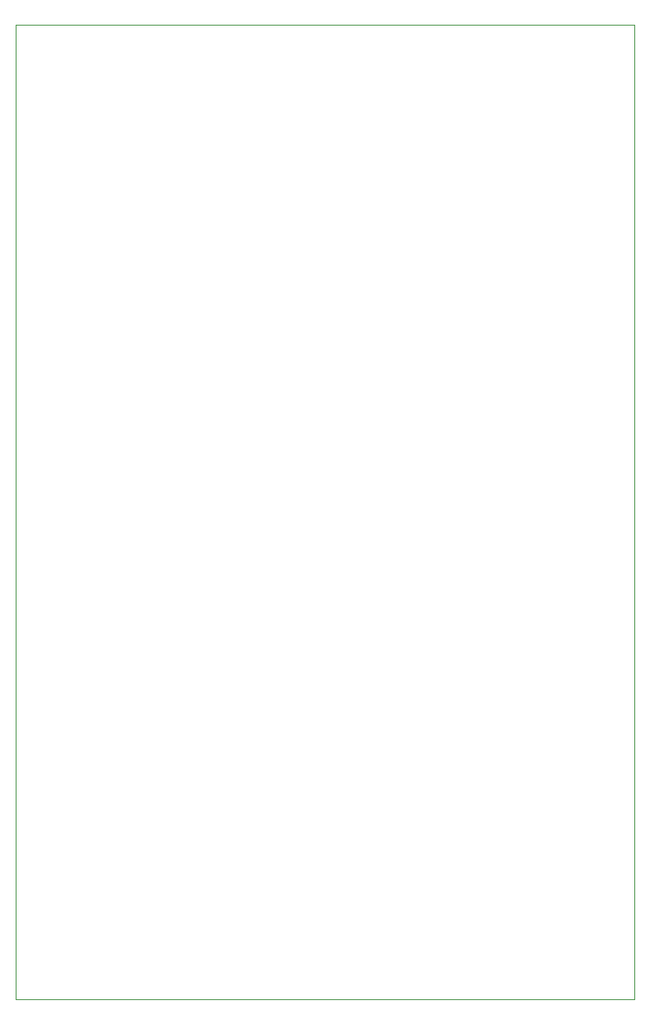
<source format=gm1>
G04 #@! TF.GenerationSoftware,KiCad,Pcbnew,5.1.8-5.1.8*
G04 #@! TF.CreationDate,2020-12-23T15:54:33+01:00*
G04 #@! TF.ProjectId,distribution-amp,64697374-7269-4627-9574-696f6e2d616d,rev?*
G04 #@! TF.SameCoordinates,PX67aef80PY8a2ffa0*
G04 #@! TF.FileFunction,Profile,NP*
%FSLAX46Y46*%
G04 Gerber Fmt 4.6, Leading zero omitted, Abs format (unit mm)*
G04 Created by KiCad (PCBNEW 5.1.8-5.1.8) date 2020-12-23 15:54:33*
%MOMM*%
%LPD*%
G01*
G04 APERTURE LIST*
G04 #@! TA.AperFunction,Profile*
%ADD10C,0.050000*%
G04 #@! TD*
G04 APERTURE END LIST*
D10*
X0Y100000000D02*
X0Y0D01*
X63480000Y100000000D02*
X0Y100000000D01*
X63480000Y0D02*
X63480000Y100000000D01*
X0Y0D02*
X63480000Y0D01*
M02*

</source>
